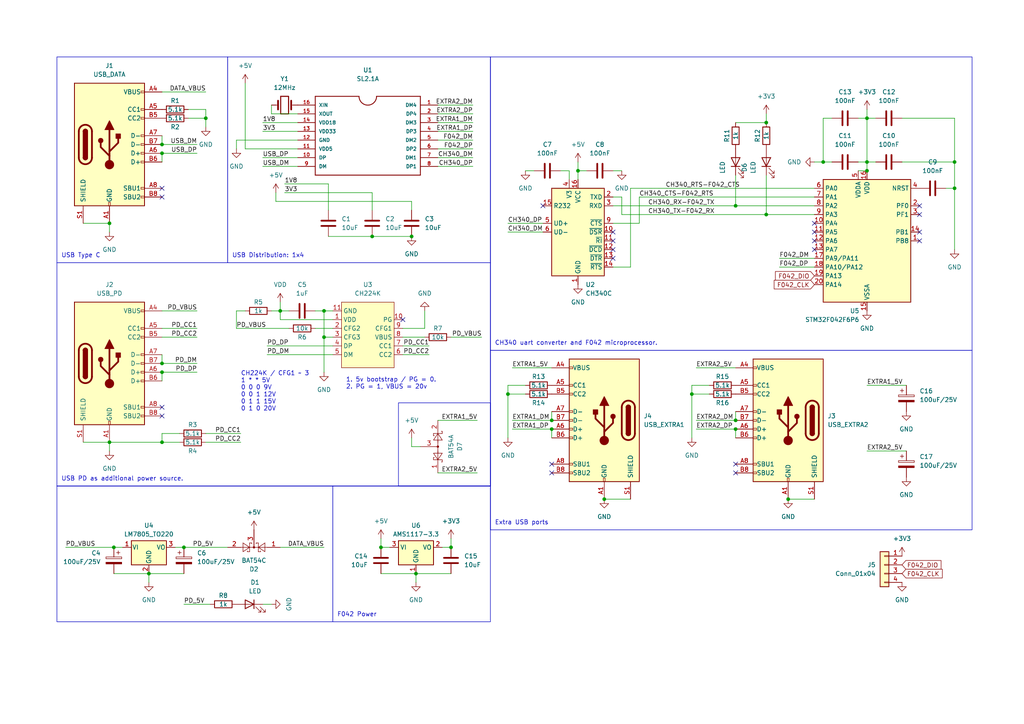
<source format=kicad_sch>
(kicad_sch (version 20230121) (generator eeschema)
  (paper "A4")
  (lib_symbols
    (symbol "Connector:USB_C_Receptacle_USB2.0" (pin_names (offset 1.016))
      (property "Reference" "J" (at -10.16 19.05 0))
      (property "Value" "USB_C_Receptacle_USB2.0" (at 19.05 19.05 0))
      (symbol "USB_C_Receptacle_USB2.0_0_0"
        (rectangle (start -0.254 -17.78) (end 0.254 -16.764))
        (rectangle (start 10.16 -14.986) (end 9.144 -15.494))
        (rectangle (start 10.16 -12.446) (end 9.144 -12.954))
        (rectangle (start 10.16 -4.826) (end 9.144 -5.334))
        (rectangle (start 10.16 -2.286) (end 9.144 -2.794))
        (rectangle (start 10.16 0.254) (end 9.144 -0.254))
        (rectangle (start 10.16 2.794) (end 9.144 2.286))
        (rectangle (start 10.16 7.874) (end 9.144 7.366))
        (rectangle (start 10.16 10.414) (end 9.144 9.906))
        (rectangle (start 10.16 15.494) (end 9.144 14.986))
      )
      (symbol "USB_C_Receptacle_USB2.0_0_1"
        (rectangle (start -10.16 17.78) (end 10.16 -17.78) (stroke (width 0.254)) (fill (type background)))
        (arc (start -8.89 -3.81) (mid -6.985 -5.7067) (end -5.08 -3.81) (stroke (width 0.508)))
        (arc (start -7.62 -3.81) (mid -6.985 -4.4423) (end -6.35 -3.81) (stroke (width 0.254)))
        (arc (start -7.62 -3.81) (mid -6.985 -4.4423) (end -6.35 -3.81) (stroke (width 0.254)) (fill (type outline)))
        (rectangle (start -7.62 -3.81) (end -6.35 3.81) (stroke (width 0.254)) (fill (type outline)))
        (arc (start -6.35 3.81) (mid -6.985 4.4423) (end -7.62 3.81) (stroke (width 0.254)))
        (arc (start -6.35 3.81) (mid -6.985 4.4423) (end -7.62 3.81) (stroke (width 0.254)) (fill (type outline)))
        (arc (start -5.08 3.81) (mid -6.985 5.7067) (end -8.89 3.81) (stroke (width 0.508)))
        (circle (center -2.54 1.143) (radius 0.635) (stroke (width 0.254)) (fill (type outline)))
        (circle (center 0 -5.842) (radius 1.27) (fill (type outline)))
        (polyline (pts (xy -8.89 -3.81) (xy -8.89 3.81)) (stroke (width 0.508)))
        (polyline (pts (xy -5.08 3.81) (xy -5.08 -3.81)) (stroke (width 0.508)))
        (polyline (pts (xy 0 -5.842) (xy 0 4.318)) (stroke (width 0.508)))
        (polyline (pts (xy 0 -3.302) (xy -2.54 -0.762) (xy -2.54 0.508)) (stroke (width 0.508)))
        (polyline (pts (xy 0 -2.032) (xy 2.54 0.508) (xy 2.54 1.778)) (stroke (width 0.508)))
        (polyline (pts (xy -1.27 4.318) (xy 0 6.858) (xy 1.27 4.318) (xy -1.27 4.318)) (stroke (width 0.254)) (fill (type outline)))
        (rectangle (start 1.905 1.778) (end 3.175 3.048) (stroke (width 0.254)) (fill (type outline)))
      )
      (symbol "USB_C_Receptacle_USB2.0_1_1"
        (pin passive line (at 0 -22.86 90) (length 5.08) (name "GND") (number "A1"))
        (pin passive line (at 0 -22.86 90) (length 5.08) hide (name "GND") (number "A12"))
        (pin passive line (at 15.24 15.24 180) (length 5.08) (name "VBUS") (number "A4"))
        (pin bidirectional line (at 15.24 10.16 180) (length 5.08) (name "CC1") (number "A5"))
        (pin bidirectional line (at 15.24 -2.54 180) (length 5.08) (name "D+") (number "A6"))
        (pin bidirectional line (at 15.24 2.54 180) (length 5.08) (name "D-") (number "A7"))
        (pin bidirectional line (at 15.24 -12.7 180) (length 5.08) (name "SBU1") (number "A8"))
        (pin passive line (at 15.24 15.24 180) (length 5.08) hide (name "VBUS") (number "A9"))
        (pin passive line (at 0 -22.86 90) (length 5.08) hide (name "GND") (number "B1"))
        (pin passive line (at 0 -22.86 90) (length 5.08) hide (name "GND") (number "B12"))
        (pin passive line (at 15.24 15.24 180) (length 5.08) hide (name "VBUS") (number "B4"))
        (pin bidirectional line (at 15.24 7.62 180) (length 5.08) (name "CC2") (number "B5"))
        (pin bidirectional line (at 15.24 -5.08 180) (length 5.08) (name "D+") (number "B6"))
        (pin bidirectional line (at 15.24 0 180) (length 5.08) (name "D-") (number "B7"))
        (pin bidirectional line (at 15.24 -15.24 180) (length 5.08) (name "SBU2") (number "B8"))
        (pin passive line (at 15.24 15.24 180) (length 5.08) hide (name "VBUS") (number "B9"))
        (pin passive line (at -7.62 -22.86 90) (length 5.08) (name "SHIELD") (number "S1"))
      )
    )
    (symbol "Connector_Generic:Conn_01x04" (pin_names (offset 1.016) hide)
      (property "Reference" "J" (at 0 5.08 0))
      (property "Value" "Conn_01x04" (at 0 -7.62 0))
      (symbol "Conn_01x04_1_1"
        (rectangle (start -1.27 -4.953) (end 0 -5.207) (stroke (width 0.1524)))
        (rectangle (start -1.27 -2.413) (end 0 -2.667) (stroke (width 0.1524)))
        (rectangle (start -1.27 0.127) (end 0 -0.127) (stroke (width 0.1524)))
        (rectangle (start -1.27 2.667) (end 0 2.413) (stroke (width 0.1524)))
        (rectangle (start -1.27 3.81) (end 1.27 -6.35) (stroke (width 0.254)) (fill (type background)))
        (pin passive line (at -5.08 2.54 0) (length 3.81) (name "Pin_1") (number "1"))
        (pin passive line (at -5.08 0 0) (length 3.81) (name "Pin_2") (number "2"))
        (pin passive line (at -5.08 -2.54 0) (length 3.81) (name "Pin_3") (number "3"))
        (pin passive line (at -5.08 -5.08 0) (length 3.81) (name "Pin_4") (number "4"))
      )
    )
    (symbol "CoreChips:SL2.1A" (pin_names (offset 1.016))
      (property "Reference" "U" (at 0 20.32 0))
      (property "Value" "SL2.1A" (at 0 -7.62 0))
      (symbol "SL2.1A_0_0"
        (arc (start -2.54 17.769) (mid 0 15.24) (end 2.54 17.769) (stroke (width 0.254)))
        (polyline (pts (xy -15.24 -5.08) (xy 15.24 -5.08)) (stroke (width 0.254)))
        (polyline (pts (xy -15.24 17.78) (xy -15.24 -5.08)) (stroke (width 0.254)))
        (polyline (pts (xy -2.54 17.78) (xy -15.24 17.78)) (stroke (width 0.254)))
        (polyline (pts (xy 15.24 -5.08) (xy 15.24 17.78)) (stroke (width 0.254)))
        (polyline (pts (xy 15.24 17.78) (xy 2.54 17.78)) (stroke (width 0.254)))
        (pin bidirectional line (at -20.32 15.24 0) (length 5.08) (name "DM4") (number "1"))
        (pin bidirectional line (at 20.32 0 180) (length 5.08) (name "DP") (number "10"))
        (pin bidirectional line (at 20.32 2.54 180) (length 5.08) (name "VDD5") (number "11"))
        (pin bidirectional line (at 20.32 5.08 180) (length 5.08) (name "GND") (number "12"))
        (pin bidirectional line (at 20.32 7.62 180) (length 5.08) (name "VDD33") (number "13"))
        (pin bidirectional line (at 20.32 10.16 180) (length 5.08) (name "VDD18") (number "14"))
        (pin bidirectional line (at 20.32 12.7 180) (length 5.08) (name "XOUT") (number "15"))
        (pin bidirectional line (at 20.32 15.24 180) (length 5.08) (name "XIN") (number "16"))
        (pin bidirectional line (at -20.32 12.7 0) (length 5.08) (name "DP4") (number "2"))
        (pin bidirectional line (at -20.32 10.16 0) (length 5.08) (name "DM3") (number "3"))
        (pin bidirectional line (at -20.32 7.62 0) (length 5.08) (name "DP3") (number "4"))
        (pin bidirectional line (at -20.32 5.08 0) (length 5.08) (name "DM2") (number "5"))
        (pin bidirectional line (at -20.32 2.54 0) (length 5.08) (name "DP2") (number "6"))
        (pin bidirectional line (at -20.32 0 0) (length 5.08) (name "DM1") (number "7"))
        (pin bidirectional line (at -20.32 -2.54 0) (length 5.08) (name "DP1") (number "8"))
        (pin bidirectional line (at 20.32 -2.54 180) (length 5.08) (name "DM") (number "9"))
      )
    )
    (symbol "Device:C" (pin_numbers hide) (pin_names (offset 0.254))
      (property "Reference" "C" (at 0.635 2.54 0))
      (property "Value" "C" (at 0.635 -2.54 0))
      (symbol "C_0_1"
        (polyline (pts (xy -2.032 -0.762) (xy 2.032 -0.762)) (stroke (width 0.508)))
        (polyline (pts (xy -2.032 0.762) (xy 2.032 0.762)) (stroke (width 0.508)))
      )
      (symbol "C_1_1"
        (pin passive line (at 0 3.81 270) (length 2.794) (name "~") (number "1"))
        (pin passive line (at 0 -3.81 90) (length 2.794) (name "~") (number "2"))
      )
    )
    (symbol "Device:C_Polarized" (pin_numbers hide) (pin_names (offset 0.254))
      (property "Reference" "C" (at 0.635 2.54 0))
      (property "Value" "C_Polarized" (at 0.635 -2.54 0))
      (symbol "C_Polarized_0_1"
        (rectangle (start -2.286 0.508) (end 2.286 1.016))
        (polyline (pts (xy -1.778 2.286) (xy -0.762 2.286)))
        (polyline (pts (xy -1.27 2.794) (xy -1.27 1.778)))
        (rectangle (start 2.286 -0.508) (end -2.286 -1.016) (fill (type outline)))
      )
      (symbol "C_Polarized_1_1"
        (pin passive line (at 0 3.81 270) (length 2.794) (name "~") (number "1"))
        (pin passive line (at 0 -3.81 90) (length 2.794) (name "~") (number "2"))
      )
    )
    (symbol "Device:Crystal" (pin_numbers hide) (pin_names (offset 1.016) hide)
      (property "Reference" "Y" (at 0 3.81 0))
      (property "Value" "Crystal" (at 0 -3.81 0))
      (symbol "Crystal_0_1"
        (rectangle (start -1.143 2.54) (end 1.143 -2.54) (stroke (width 0.3048)))
        (polyline (pts (xy -2.54 0) (xy -1.905 0)))
        (polyline (pts (xy -1.905 -1.27) (xy -1.905 1.27)) (stroke (width 0.508)))
        (polyline (pts (xy 1.905 -1.27) (xy 1.905 1.27)) (stroke (width 0.508)))
        (polyline (pts (xy 2.54 0) (xy 1.905 0)))
      )
      (symbol "Crystal_1_1"
        (pin passive line (at -3.81 0 0) (length 1.27) (name "1") (number "1"))
        (pin passive line (at 3.81 0 180) (length 1.27) (name "2") (number "2"))
      )
    )
    (symbol "Device:LED" (pin_numbers hide) (pin_names (offset 1.016) hide)
      (property "Reference" "D" (at 0 2.54 0))
      (property "Value" "LED" (at 0 -2.54 0))
      (symbol "LED_0_1"
        (polyline (pts (xy -1.27 -1.27) (xy -1.27 1.27)) (stroke (width 0.254)))
        (polyline (pts (xy -1.27 0) (xy 1.27 0)))
        (polyline (pts (xy 1.27 -1.27) (xy 1.27 1.27) (xy -1.27 0) (xy 1.27 -1.27)) (stroke (width 0.254)))
        (polyline (pts (xy -3.048 -0.762) (xy -4.572 -2.286) (xy -3.81 -2.286) (xy -4.572 -2.286) (xy -4.572 -1.524)))
        (polyline (pts (xy -1.778 -0.762) (xy -3.302 -2.286) (xy -2.54 -2.286) (xy -3.302 -2.286) (xy -3.302 -1.524)))
      )
      (symbol "LED_1_1"
        (pin passive line (at -3.81 0 0) (length 2.54) (name "K") (number "1"))
        (pin passive line (at 3.81 0 180) (length 2.54) (name "A") (number "2"))
      )
    )
    (symbol "Device:R" (pin_numbers hide) (pin_names (offset 0))
      (property "Reference" "R" (at 2.032 0 90))
      (property "Value" "R" (at 0 0 90))
      (symbol "R_0_1"
        (rectangle (start -1.016 -2.54) (end 1.016 2.54) (stroke (width 0.254)))
      )
      (symbol "R_1_1"
        (pin passive line (at 0 3.81 270) (length 1.27) (name "~") (number "1"))
        (pin passive line (at 0 -3.81 90) (length 1.27) (name "~") (number "2"))
      )
    )
    (symbol "Diode:BAT54A" (pin_names (offset 1.016))
      (property "Reference" "D" (at 0.635 -3.81 0))
      (property "Value" "BAT54A" (at -6.35 3.175 0))
      (symbol "BAT54A_0_1"
        (polyline (pts (xy -4.445 1.27) (xy -4.445 1.016)))
        (polyline (pts (xy -3.81 -1.27) (xy -3.81 1.27)))
        (polyline (pts (xy -3.81 -1.27) (xy -3.175 -1.27)))
        (polyline (pts (xy -3.81 0) (xy -1.27 0)))
        (polyline (pts (xy -3.81 1.27) (xy -4.445 1.27)))
        (polyline (pts (xy -3.175 -1.27) (xy -3.175 -1.016)))
        (polyline (pts (xy -1.905 0) (xy 1.905 0)))
        (polyline (pts (xy 1.27 0) (xy 3.81 0)))
        (polyline (pts (xy 3.175 -1.27) (xy 3.175 -1.016)))
        (polyline (pts (xy 3.81 -1.27) (xy 3.175 -1.27)))
        (polyline (pts (xy 3.81 -1.27) (xy 3.81 1.27)))
        (polyline (pts (xy 3.81 1.27) (xy 4.445 1.27)))
        (polyline (pts (xy 4.445 1.27) (xy 4.445 1.016)))
        (polyline (pts (xy -1.905 1.27) (xy -1.905 -1.27) (xy -3.81 0) (xy -1.905 1.27)))
        (polyline (pts (xy 1.905 1.27) (xy 1.905 -1.27) (xy 3.81 0) (xy 1.905 1.27)))
        (circle (center 0 0) (radius 0.254) (fill (type outline)))
      )
      (symbol "BAT54A_1_1"
        (pin passive line (at -7.62 0 0) (length 3.81) (name "~") (number "1"))
        (pin passive line (at 7.62 0 180) (length 3.81) (name "~") (number "2"))
        (pin passive line (at 0 -5.08 90) (length 5.08) (name "~") (number "3"))
      )
    )
    (symbol "Diode:BAT54C" (pin_names (offset 1.016))
      (property "Reference" "D" (at 0.635 -3.81 0))
      (property "Value" "BAT54C" (at -6.35 3.175 0))
      (symbol "BAT54C_0_1"
        (polyline (pts (xy -1.905 0) (xy 1.905 0)))
        (polyline (pts (xy -1.905 1.27) (xy -1.905 1.016)))
        (polyline (pts (xy -1.27 -1.27) (xy -0.635 -1.27)))
        (polyline (pts (xy -1.27 0) (xy -3.81 0)))
        (polyline (pts (xy -1.27 1.27) (xy -1.905 1.27)))
        (polyline (pts (xy -1.27 1.27) (xy -1.27 -1.27)))
        (polyline (pts (xy -0.635 -1.27) (xy -0.635 -1.016)))
        (polyline (pts (xy 0.635 -1.27) (xy 0.635 -1.016)))
        (polyline (pts (xy 1.27 -1.27) (xy 0.635 -1.27)))
        (polyline (pts (xy 1.27 1.27) (xy 1.27 -1.27)))
        (polyline (pts (xy 1.27 1.27) (xy 1.905 1.27)))
        (polyline (pts (xy 1.905 1.27) (xy 1.905 1.016)))
        (polyline (pts (xy 3.81 0) (xy 1.27 0)))
        (polyline (pts (xy -3.175 -1.27) (xy -3.175 1.27) (xy -1.27 0) (xy -3.175 -1.27)))
        (polyline (pts (xy 3.175 -1.27) (xy 3.175 1.27) (xy 1.27 0) (xy 3.175 -1.27)))
        (circle (center 0 0) (radius 0.254) (fill (type outline)))
      )
      (symbol "BAT54C_1_1"
        (pin passive line (at -7.62 0 0) (length 3.81) (name "~") (number "1"))
        (pin passive line (at 7.62 0 180) (length 3.81) (name "~") (number "2"))
        (pin passive line (at 0 -5.08 90) (length 5.08) (name "~") (number "3"))
      )
    )
    (symbol "Interface_USB:CH340C"
      (property "Reference" "U" (at -5.08 13.97 0))
      (property "Value" "CH340C" (at 1.27 13.97 0))
      (symbol "CH340C_0_1"
        (rectangle (start -7.62 12.7) (end 7.62 -12.7) (stroke (width 0.254)) (fill (type background)))
      )
      (symbol "CH340C_1_1"
        (pin power_in line (at 0 -15.24 90) (length 2.54) (name "GND") (number "1"))
        (pin input line (at 10.16 0 180) (length 2.54) (name "~{DSR}") (number "10"))
        (pin input line (at 10.16 -2.54 180) (length 2.54) (name "~{RI}") (number "11"))
        (pin input line (at 10.16 -5.08 180) (length 2.54) (name "~{DCD}") (number "12"))
        (pin output line (at 10.16 -7.62 180) (length 2.54) (name "~{DTR}") (number "13"))
        (pin output line (at 10.16 -10.16 180) (length 2.54) (name "~{RTS}") (number "14"))
        (pin input line (at -10.16 7.62 0) (length 2.54) (name "R232") (number "15"))
        (pin power_in line (at 0 15.24 270) (length 2.54) (name "VCC") (number "16"))
        (pin output line (at 10.16 10.16 180) (length 2.54) (name "TXD") (number "2"))
        (pin input line (at 10.16 7.62 180) (length 2.54) (name "RXD") (number "3"))
        (pin passive line (at -2.54 15.24 270) (length 2.54) (name "V3") (number "4"))
        (pin bidirectional line (at -10.16 2.54 0) (length 2.54) (name "UD+") (number "5"))
        (pin bidirectional line (at -10.16 0 0) (length 2.54) (name "UD-") (number "6"))
        (pin no_connect line (at -7.62 -7.62 0) (length 2.54) hide (name "NC") (number "7"))
        (pin no_connect line (at -7.62 -10.16 0) (length 2.54) hide (name "NC") (number "8"))
        (pin input line (at 10.16 2.54 180) (length 2.54) (name "~{CTS}") (number "9"))
      )
    )
    (symbol "MCU_ST_STM32F0:STM32F042F6Px"
      (property "Reference" "U" (at -12.7 19.05 0))
      (property "Value" "STM32F042F6Px" (at 5.08 19.05 0))
      (symbol "STM32F042F6Px_0_1"
        (rectangle (start -12.7 -17.78) (end 12.7 17.78) (stroke (width 0.254)) (fill (type background)))
      )
      (symbol "STM32F042F6Px_1_1"
        (pin bidirectional line (at -15.24 0 0) (length 2.54) (name "PB8") (number "1"))
        (pin bidirectional line (at 15.24 5.08 180) (length 2.54) (name "PA4") (number "10"))
        (pin bidirectional line (at 15.24 2.54 180) (length 2.54) (name "PA5") (number "11"))
        (pin bidirectional line (at 15.24 0 180) (length 2.54) (name "PA6") (number "12"))
        (pin bidirectional line (at 15.24 -2.54 180) (length 2.54) (name "PA7") (number "13"))
        (pin bidirectional line (at -15.24 2.54 0) (length 2.54) (name "PB1") (number "14"))
        (pin power_in line (at 0 -20.32 90) (length 2.54) (name "VSSA") (number "15"))
        (pin power_in line (at 0 20.32 270) (length 2.54) (name "VDD") (number "16"))
        (pin bidirectional line (at 15.24 -5.08 180) (length 2.54) (name "PA9/PA11") (number "17"))
        (pin bidirectional line (at 15.24 -7.62 180) (length 2.54) (name "PA10/PA12") (number "18"))
        (pin bidirectional line (at 15.24 -10.16 180) (length 2.54) (name "PA13") (number "19"))
        (pin bidirectional line (at -15.24 10.16 0) (length 2.54) (name "PF0") (number "2"))
        (pin bidirectional line (at 15.24 -12.7 180) (length 2.54) (name "PA14") (number "20"))
        (pin bidirectional line (at -15.24 7.62 0) (length 2.54) (name "PF1") (number "3"))
        (pin input line (at -15.24 15.24 0) (length 2.54) (name "NRST") (number "4"))
        (pin power_in line (at 2.54 20.32 270) (length 2.54) (name "VDDA") (number "5"))
        (pin bidirectional line (at 15.24 15.24 180) (length 2.54) (name "PA0") (number "6"))
        (pin bidirectional line (at 15.24 12.7 180) (length 2.54) (name "PA1") (number "7"))
        (pin bidirectional line (at 15.24 10.16 180) (length 2.54) (name "PA2") (number "8"))
        (pin bidirectional line (at 15.24 7.62 180) (length 2.54) (name "PA3") (number "9"))
      )
    )
    (symbol "Regulator_Linear:AMS1117-3.3"
      (property "Reference" "U" (at -3.81 3.175 0))
      (property "Value" "AMS1117-3.3" (at 0 3.175 0))
      (symbol "AMS1117-3.3_0_1"
        (rectangle (start -5.08 -5.08) (end 5.08 1.905) (stroke (width 0.254)) (fill (type background)))
      )
      (symbol "AMS1117-3.3_1_1"
        (pin power_in line (at 0 -7.62 90) (length 2.54) (name "GND") (number "1"))
        (pin power_out line (at 7.62 0 180) (length 2.54) (name "VO") (number "2"))
        (pin power_in line (at -7.62 0 0) (length 2.54) (name "VI") (number "3"))
      )
    )
    (symbol "Regulator_Linear:LM7805_TO220" (pin_names (offset 0.254))
      (property "Reference" "U" (at -3.81 3.175 0))
      (property "Value" "LM7805_TO220" (at 0 3.175 0))
      (symbol "LM7805_TO220_0_1"
        (rectangle (start -5.08 1.905) (end 5.08 -5.08) (stroke (width 0.254)) (fill (type background)))
      )
      (symbol "LM7805_TO220_1_1"
        (pin power_in line (at -7.62 0 0) (length 2.54) (name "VI") (number "1"))
        (pin power_in line (at 0 -7.62 90) (length 2.54) (name "GND") (number "2"))
        (pin power_out line (at 7.62 0 180) (length 2.54) (name "VO") (number "3"))
      )
    )
    (symbol "WCH:CH224K"
      (property "Reference" "U" (at 0 -10.16 0))
      (property "Value" "CH224K" (at 5.08 -11.43 0))
      (symbol "CH224K_0_1"
        (rectangle (start -7.62 10.16) (end 7.62 -8.89) (fill (type background)))
      )
      (symbol "CH224K_1_1"
        (pin power_in line (at -10.16 5.08 0) (length 2.54) (name "VDD") (number "1"))
        (pin output line (at 10.16 5.08 180) (length 2.54) (name "PG") (number "10"))
        (pin power_in line (at -10.16 7.62 0) (length 2.54) (name "GND") (number "11"))
        (pin input line (at -10.16 2.54 0) (length 2.54) (name "CFG2") (number "2"))
        (pin input line (at -10.16 0 0) (length 2.54) (name "CFG3") (number "3"))
        (pin bidirectional line (at -10.16 -2.54 0) (length 2.54) (name "DP") (number "4"))
        (pin bidirectional line (at -10.16 -5.08 0) (length 2.54) (name "DM") (number "5"))
        (pin bidirectional line (at 10.16 -5.08 180) (length 2.54) (name "CC2") (number "6"))
        (pin bidirectional line (at 10.16 -2.54 180) (length 2.54) (name "CC1") (number "7"))
        (pin input line (at 10.16 0 180) (length 2.54) (name "VBUS") (number "8"))
        (pin input line (at 10.16 2.54 180) (length 2.54) (name "CFG1") (number "9"))
      )
    )
    (symbol "power:+3V3" (power) (pin_names (offset 0))
      (property "Value" "+3V3" (at 0 3.556 0))
      (symbol "+3V3_0_1"
        (polyline (pts (xy -0.762 1.27) (xy 0 2.54)))
        (polyline (pts (xy 0 0) (xy 0 2.54)))
        (polyline (pts (xy 0 2.54) (xy 0.762 1.27)))
      )
      (symbol "+3V3_1_1"
        (pin power_in line (at 0 0 90) (length 0) hide (name "+3V3") (number "1"))
      )
    )
    (symbol "power:+5V" (power) (pin_names (offset 0))
      (property "Value" "+5V" (at 0 3.556 0))
      (symbol "+5V_0_1"
        (polyline (pts (xy -0.762 1.27) (xy 0 2.54)))
        (polyline (pts (xy 0 0) (xy 0 2.54)))
        (polyline (pts (xy 0 2.54) (xy 0.762 1.27)))
      )
      (symbol "+5V_1_1"
        (pin power_in line (at 0 0 90) (length 0) hide (name "+5V") (number "1"))
      )
    )
    (symbol "power:GND" (power) (pin_names (offset 0))
      (property "Value" "GND" (at 0 -3.81 0))
      (symbol "GND_0_1"
        (polyline (pts (xy 0 0) (xy 0 -1.27) (xy 1.27 -1.27) (xy 0 -2.54) (xy -1.27 -1.27) (xy 0 -1.27)))
      )
      (symbol "GND_1_1"
        (pin power_in line (at 0 0 270) (length 0) hide (name "GND") (number "1"))
      )
    )
    (symbol "power:VDD" (power) (pin_names (offset 0))
      (property "Value" "VDD" (at 0 3.81 0))
      (symbol "VDD_0_1"
        (polyline (pts (xy -0.762 1.27) (xy 0 2.54)))
        (polyline (pts (xy 0 0) (xy 0 2.54)))
        (polyline (pts (xy 0 2.54) (xy 0.762 1.27)))
      )
      (symbol "VDD_1_1"
        (pin power_in line (at 0 0 90) (length 0) hide (name "VDD") (number "1"))
      )
    )
  )
  (junction (at 213.36 59.69))
  (junction (at 228.6 144.78))
  (junction (at 160.02 121.92))
  (junction (at 222.25 35.56))
  (junction (at 147.32 114.3))
  (junction (at 107.95 68.58))
  (junction (at 31.75 128.27))
  (junction (at 110.49 158.75))
  (junction (at 119.38 68.58))
  (junction (at 93.98 90.17))
  (junction (at 53.34 158.75))
  (junction (at 175.26 144.78))
  (junction (at 46.99 107.95))
  (junction (at 46.99 44.45))
  (junction (at 251.46 46.99))
  (junction (at 251.46 34.29))
  (junction (at 81.28 90.17))
  (junction (at 160.02 124.46))
  (junction (at 251.46 49.53))
  (junction (at 46.99 105.41))
  (junction (at 43.18 166.37))
  (junction (at 238.76 46.99))
  (junction (at 93.98 97.79))
  (junction (at 213.36 124.46))
  (junction (at 31.75 64.77))
  (junction (at 120.65 166.37))
  (junction (at 46.99 41.91))
  (junction (at 222.25 62.23))
  (junction (at 167.64 49.53))
  (junction (at 59.69 34.29))
  (junction (at 33.02 158.75))
  (junction (at 130.81 158.75))
  (junction (at 276.86 46.99))
  (junction (at 46.99 128.27))
  (junction (at 276.86 54.61))
  (junction (at 213.36 121.92))
  (junction (at 200.66 114.3))
  (no_connect (at 213.36 134.62))
  (no_connect (at 236.22 72.39))
  (no_connect (at 236.22 64.77))
  (no_connect (at 116.84 92.71))
  (no_connect (at 160.02 137.16))
  (no_connect (at 236.22 69.85))
  (no_connect (at 46.99 57.15))
  (no_connect (at 177.8 67.31))
  (no_connect (at 46.99 118.11))
  (no_connect (at 213.36 137.16))
  (no_connect (at 266.7 59.69))
  (no_connect (at 177.8 74.93))
  (no_connect (at 266.7 67.31))
  (no_connect (at 160.02 134.62))
  (no_connect (at 177.8 69.85))
  (no_connect (at 266.7 69.85))
  (no_connect (at 236.22 67.31))
  (no_connect (at 157.48 59.69))
  (no_connect (at 266.7 62.23))
  (no_connect (at 46.99 120.65))
  (no_connect (at 177.8 72.39))
  (no_connect (at 46.99 54.61))
  (wire (pts (xy 69.85 125.73) (xy 59.69 125.73)))
  (wire (pts (xy 53.34 158.75) (xy 66.04 158.75)))
  (wire (pts (xy 177.8 59.69) (xy 213.36 59.69)))
  (wire (pts (xy 59.69 34.29) (xy 59.69 36.83)))
  (wire (pts (xy 201.93 124.46) (xy 213.36 124.46)))
  (wire (pts (xy 76.2 38.1) (xy 86.36 38.1)))
  (wire (pts (xy 254 46.99) (xy 251.46 46.99)))
  (wire (pts (xy 59.69 34.29) (xy 54.61 34.29)))
  (wire (pts (xy 43.18 166.37) (xy 53.34 166.37)))
  (wire (pts (xy 46.99 125.73) (xy 46.99 128.27)))
  (wire (pts (xy 127 121.92) (xy 138.43 121.92)))
  (wire (pts (xy 276.86 46.99) (xy 276.86 54.61)))
  (wire (pts (xy 46.99 128.27) (xy 31.75 128.27)))
  (wire (pts (xy 128.27 158.75) (xy 130.81 158.75)))
  (wire (pts (xy 110.49 156.21) (xy 110.49 158.75)))
  (wire (pts (xy 57.15 44.45) (xy 46.99 44.45)))
  (wire (pts (xy 52.07 125.73) (xy 46.99 125.73)))
  (wire (pts (xy 93.98 90.17) (xy 91.44 90.17)))
  (wire (pts (xy 147.32 64.77) (xy 157.48 64.77)))
  (wire (pts (xy 165.1 49.53) (xy 165.1 52.07)))
  (wire (pts (xy 57.15 41.91) (xy 46.99 41.91)))
  (wire (pts (xy 226.06 77.47) (xy 236.22 77.47)))
  (wire (pts (xy 123.19 90.17) (xy 123.19 95.25)))
  (wire (pts (xy 137.16 30.48) (xy 127 30.48)))
  (wire (pts (xy 33.02 166.37) (xy 43.18 166.37)))
  (wire (pts (xy 137.16 40.64) (xy 127 40.64)))
  (wire (pts (xy 93.98 97.79) (xy 96.52 97.79)))
  (wire (pts (xy 57.15 107.95) (xy 46.99 107.95)))
  (wire (pts (xy 137.16 45.72) (xy 127 45.72)))
  (wire (pts (xy 81.28 90.17) (xy 78.74 90.17)))
  (wire (pts (xy 123.19 95.25) (xy 116.84 95.25)))
  (wire (pts (xy 33.02 158.75) (xy 35.56 158.75)))
  (wire (pts (xy 262.89 130.81) (xy 251.46 130.81)))
  (wire (pts (xy 276.86 34.29) (xy 276.86 46.99)))
  (wire (pts (xy 276.86 72.39) (xy 276.86 54.61)))
  (wire (pts (xy 130.81 156.21) (xy 130.81 158.75)))
  (wire (pts (xy 77.47 102.87) (xy 96.52 102.87)))
  (wire (pts (xy 119.38 127) (xy 119.38 129.54)))
  (wire (pts (xy 276.86 54.61) (xy 274.32 54.61)))
  (wire (pts (xy 68.58 40.64) (xy 86.36 40.64)))
  (wire (pts (xy 160.02 119.38) (xy 160.02 121.92)))
  (wire (pts (xy 182.88 77.47) (xy 182.88 54.61)))
  (wire (pts (xy 93.98 97.79) (xy 93.98 107.95)))
  (wire (pts (xy 137.16 48.26) (xy 127 48.26)))
  (wire (pts (xy 213.36 106.68) (xy 201.93 106.68)))
  (wire (pts (xy 81.28 158.75) (xy 93.98 158.75)))
  (wire (pts (xy 116.84 100.33) (xy 124.46 100.33)))
  (wire (pts (xy 46.99 26.67) (xy 59.69 26.67)))
  (wire (pts (xy 222.25 35.56) (xy 213.36 35.56)))
  (wire (pts (xy 71.12 24.13) (xy 71.12 43.18)))
  (wire (pts (xy 148.59 121.92) (xy 160.02 121.92)))
  (wire (pts (xy 119.38 68.58) (xy 107.95 68.58)))
  (wire (pts (xy 152.4 111.76) (xy 147.32 111.76)))
  (wire (pts (xy 200.66 114.3) (xy 205.74 114.3)))
  (wire (pts (xy 46.99 102.87) (xy 46.99 105.41)))
  (wire (pts (xy 83.82 95.25) (xy 68.58 95.25)))
  (wire (pts (xy 248.92 34.29) (xy 251.46 34.29)))
  (wire (pts (xy 254 34.29) (xy 251.46 34.29)))
  (wire (pts (xy 213.36 59.69) (xy 236.22 59.69)))
  (wire (pts (xy 251.46 49.53) (xy 248.92 49.53)))
  (wire (pts (xy 213.36 50.8) (xy 213.36 59.69)))
  (wire (pts (xy 31.75 67.31) (xy 31.75 64.77)))
  (wire (pts (xy 43.18 168.91) (xy 43.18 166.37)))
  (wire (pts (xy 236.22 46.99) (xy 238.76 46.99)))
  (wire (pts (xy 119.38 58.42) (xy 119.38 60.96)))
  (wire (pts (xy 46.99 97.79) (xy 57.15 97.79)))
  (wire (pts (xy 185.42 57.15) (xy 236.22 57.15)))
  (wire (pts (xy 69.85 128.27) (xy 59.69 128.27)))
  (wire (pts (xy 76.2 35.56) (xy 86.36 35.56)))
  (wire (pts (xy 148.59 124.46) (xy 160.02 124.46)))
  (wire (pts (xy 213.36 119.38) (xy 213.36 121.92)))
  (wire (pts (xy 238.76 34.29) (xy 241.3 34.29)))
  (wire (pts (xy 54.61 31.75) (xy 59.69 31.75)))
  (wire (pts (xy 241.3 46.99) (xy 238.76 46.99)))
  (wire (pts (xy 57.15 105.41) (xy 46.99 105.41)))
  (wire (pts (xy 82.55 53.34) (xy 95.25 53.34)))
  (wire (pts (xy 71.12 43.18) (xy 86.36 43.18)))
  (wire (pts (xy 110.49 166.37) (xy 120.65 166.37)))
  (wire (pts (xy 46.99 39.37) (xy 46.99 41.91)))
  (wire (pts (xy 213.36 124.46) (xy 213.36 127)))
  (wire (pts (xy 238.76 46.99) (xy 238.76 34.29)))
  (wire (pts (xy 120.65 166.37) (xy 130.81 166.37)))
  (wire (pts (xy 123.19 97.79) (xy 116.84 97.79)))
  (wire (pts (xy 182.88 54.61) (xy 236.22 54.61)))
  (wire (pts (xy 185.42 64.77) (xy 185.42 57.15)))
  (wire (pts (xy 31.75 130.81) (xy 31.75 128.27)))
  (wire (pts (xy 251.46 34.29) (xy 251.46 46.99)))
  (wire (pts (xy 77.47 100.33) (xy 96.52 100.33)))
  (wire (pts (xy 95.25 60.96) (xy 95.25 53.34)))
  (wire (pts (xy 80.01 55.88) (xy 80.01 58.42)))
  (wire (pts (xy 91.44 95.25) (xy 96.52 95.25)))
  (wire (pts (xy 46.99 128.27) (xy 52.07 128.27)))
  (wire (pts (xy 93.98 90.17) (xy 93.98 97.79)))
  (wire (pts (xy 81.28 90.17) (xy 83.82 90.17)))
  (wire (pts (xy 130.81 97.79) (xy 139.7 97.79)))
  (wire (pts (xy 80.01 58.42) (xy 119.38 58.42)))
  (wire (pts (xy 251.46 46.99) (xy 251.46 49.53)))
  (wire (pts (xy 107.95 68.58) (xy 95.25 68.58)))
  (wire (pts (xy 59.69 31.75) (xy 59.69 34.29)))
  (wire (pts (xy 167.64 52.07) (xy 167.64 49.53)))
  (wire (pts (xy 78.74 175.26) (xy 76.2 175.26)))
  (wire (pts (xy 110.49 158.75) (xy 113.03 158.75)))
  (wire (pts (xy 147.32 114.3) (xy 152.4 114.3)))
  (wire (pts (xy 160.02 106.68) (xy 148.59 106.68)))
  (wire (pts (xy 147.32 111.76) (xy 147.32 114.3)))
  (wire (pts (xy 137.16 38.1) (xy 127 38.1)))
  (wire (pts (xy 81.28 87.63) (xy 81.28 90.17)))
  (wire (pts (xy 50.8 158.75) (xy 53.34 158.75)))
  (wire (pts (xy 93.98 90.17) (xy 96.52 90.17)))
  (wire (pts (xy 78.74 33.02) (xy 78.74 30.48)))
  (wire (pts (xy 120.65 168.91) (xy 120.65 166.37)))
  (wire (pts (xy 222.25 33.02) (xy 222.25 35.56)))
  (wire (pts (xy 137.16 35.56) (xy 127 35.56)))
  (wire (pts (xy 180.34 49.53) (xy 177.8 49.53)))
  (wire (pts (xy 68.58 90.17) (xy 68.58 95.25)))
  (wire (pts (xy 152.4 49.53) (xy 154.94 49.53)))
  (wire (pts (xy 53.34 175.26) (xy 60.96 175.26)))
  (wire (pts (xy 201.93 121.92) (xy 213.36 121.92)))
  (wire (pts (xy 200.66 111.76) (xy 200.66 114.3)))
  (wire (pts (xy 205.74 111.76) (xy 200.66 111.76)))
  (wire (pts (xy 177.8 64.77) (xy 185.42 64.77)))
  (wire (pts (xy 226.06 74.93) (xy 236.22 74.93)))
  (wire (pts (xy 222.25 50.8) (xy 222.25 62.23)))
  (wire (pts (xy 147.32 127) (xy 147.32 114.3)))
  (wire (pts (xy 119.38 129.54) (xy 121.92 129.54)))
  (wire (pts (xy 137.16 43.18) (xy 127 43.18)))
  (wire (pts (xy 24.13 128.27) (xy 31.75 128.27)))
  (wire (pts (xy 46.99 90.17) (xy 57.15 90.17)))
  (wire (pts (xy 147.32 67.31) (xy 157.48 67.31)))
  (wire (pts (xy 76.2 45.72) (xy 86.36 45.72)))
  (wire (pts (xy 262.89 111.76) (xy 251.46 111.76)))
  (wire (pts (xy 261.62 46.99) (xy 276.86 46.99)))
  (wire (pts (xy 167.64 49.53) (xy 170.18 49.53)))
  (wire (pts (xy 160.02 124.46) (xy 160.02 127)))
  (wire (pts (xy 177.8 77.47) (xy 182.88 77.47)))
  (wire (pts (xy 236.22 62.23) (xy 222.25 62.23)))
  (wire (pts (xy 33.02 158.75) (xy 19.05 158.75)))
  (wire (pts (xy 46.99 107.95) (xy 46.99 110.49)))
  (wire (pts (xy 200.66 127) (xy 200.66 114.3)))
  (wire (pts (xy 180.34 62.23) (xy 222.25 62.23)))
  (wire (pts (xy 228.6 144.78) (xy 236.22 144.78)))
  (wire (pts (xy 68.58 90.17) (xy 71.12 90.17)))
  (wire (pts (xy 167.64 46.99) (xy 167.64 49.53)))
  (wire (pts (xy 86.36 33.02) (xy 78.74 33.02)))
  (wire (pts (xy 251.46 46.99) (xy 248.92 46.99)))
  (wire (pts (xy 162.56 49.53) (xy 165.1 49.53)))
  (wire (pts (xy 46.99 44.45) (xy 46.99 46.99)))
  (wire (pts (xy 180.34 57.15) (xy 177.8 57.15)))
  (wire (pts (xy 175.26 144.78) (xy 182.88 144.78)))
  (wire (pts (xy 82.55 55.88) (xy 107.95 55.88)))
  (wire (pts (xy 46.99 95.25) (xy 57.15 95.25)))
  (wire (pts (xy 68.58 43.18) (xy 68.58 40.64)))
  (wire (pts (xy 96.52 92.71) (xy 81.28 92.71)))
  (wire (pts (xy 251.46 31.75) (xy 251.46 34.29)))
  (wire (pts (xy 137.16 33.02) (xy 127 33.02)))
  (wire (pts (xy 107.95 55.88) (xy 107.95 60.96)))
  (wire (pts (xy 81.28 92.71) (xy 81.28 90.17)))
  (wire (pts (xy 127 137.16) (xy 138.43 137.16)))
  (wire (pts (xy 261.62 34.29) (xy 276.86 34.29)))
  (wire (pts (xy 76.2 48.26) (xy 86.36 48.26)))
  (wire (pts (xy 24.13 64.77) (xy 31.75 64.77)))
  (wire (pts (xy 116.84 102.87) (xy 124.46 102.87)))
  (wire (pts (xy 180.34 62.23) (xy 180.34 57.15)))
  (rectangle (start 66.04 16.51) (end 142.24 76.2))
  (rectangle (start 142.24 16.51) (end 281.94 101.6))
  (rectangle (start 16.51 76.2) (end 142.24 140.97))
  (rectangle (start 16.51 140.97) (end 96.52 180.34))
  (rectangle (start 96.52 140.97) (end 142.24 180.34))
  (rectangle (start 16.51 16.51) (end 66.04 76.2))
  (rectangle (start 115.57 116.84) (end 142.24 140.97))
  (rectangle (start 142.24 101.6) (end 281.94 153.67))
  (text "USB Distribution: 1x4" (at 67.31 74.93 0) (effects (font (size 1.27 1.27)) (justify left bottom)))
  (text "Extra USB ports" (at 143.51 152.4 0) (effects (font (size 1.27 1.27)) (justify left bottom)))
  (text "USB PD as additional power source." (at 17.78 139.7 0) (effects (font (size 1.27 1.27)) (justify left bottom)))
  (text "USB Type C" (at 17.78 74.93 0) (effects (font (size 1.27 1.27)) (justify left bottom)))
  (text "F042 Power" (at 97.79 179.07 0) (effects (font (size 1.27 1.27)) (justify left bottom)))
  (text "CH224K / CFG1 ~ 3\n1 * * 5V\n0 0 0 9V\n0 0 1 12V\n0 1 1 15V\n0 1 0 20V" (at 69.85 119.38 0) (effects (font (size 1.27 1.27)) (justify left bottom)))
  (text "CH340 uart converter and F042 microprocessor." (at 143.51 100.33 0) (effects (font (size 1.27 1.27)) (justify left bottom)))
  (text "1. 5v bootstrap / PG = 0.\n2. PG = 1, VBUS = 20v" (at 100.33 113.03 0) (effects (font (size 1.27 1.27)) (justify left bottom)))
  (label "CH340_DP" (at 137.16 48.26 180))
  (label "PD_DP" (at 77.47 100.33 0))
  (label "F042_DP" (at 137.16 43.18 180))
  (label "EXTRA2_5V" (at 201.93 106.68 0))
  (label "PD_CC1" (at 124.46 100.33 180))
  (label "PD_CC2" (at 57.15 97.79 180))
  (label "F042_DM" (at 137.16 40.64 180))
  (label "PD_5V" (at 53.34 175.26 0))
  (label "1V8" (at 76.2 35.56 0))
  (label "PD_CC2" (at 69.85 128.27 180))
  (label "PD_VBUS" (at 57.15 90.17 180))
  (label "EXTRA2_5V" (at 251.46 130.81 0))
  (label "EXTRA2_DM" (at 201.93 121.92 0))
  (label "EXTRA2_DP" (at 137.16 33.02 180))
  (label "USB_DP" (at 57.15 44.45 180))
  (label "3V3" (at 76.2 38.1 0))
  (label "DATA_VBUS" (at 93.98 158.75 180))
  (label "1V8" (at 82.55 53.34 0))
  (label "PD_5V" (at 55.88 158.75 0))
  (label "PD_VBUS" (at 68.58 95.25 0))
  (label "CH340_RX-F042_TX" (at 187.96 59.69 0))
  (label "PD_VBUS" (at 19.05 158.75 0))
  (label "EXTRA2_DP" (at 201.93 124.46 0))
  (label "EXTRA1_DM" (at 148.59 121.92 0))
  (label "CH340_DM" (at 147.32 67.31 0))
  (label "EXTRA1_5V" (at 138.43 121.92 180))
  (label "3V3" (at 82.55 55.88 0))
  (label "CH340_DP" (at 147.32 64.77 0))
  (label "EXTRA2_5V" (at 138.43 137.16 180))
  (label "CH340_DM" (at 137.16 45.72 180))
  (label "EXTRA1_5V" (at 251.46 111.76 0))
  (label "EXTRA1_DM" (at 137.16 35.56 180))
  (label "PD_DM" (at 77.47 102.87 0))
  (label "USB_DM" (at 76.2 48.26 0))
  (label "PD_VBUS" (at 139.7 97.79 180))
  (label "EXTRA2_DM" (at 137.16 30.48 180))
  (label "PD_CC2" (at 124.46 102.87 180))
  (label "PD_DM" (at 57.15 105.41 180))
  (label "PD_CC1" (at 69.85 125.73 180))
  (label "USB_DP" (at 76.2 45.72 0))
  (label "PD_DP" (at 57.15 107.95 180))
  (label "EXTRA1_DP" (at 137.16 38.1 180))
  (label "F042_DM" (at 226.06 74.93 0))
  (label "USB_DM" (at 57.15 41.91 180))
  (label "DATA_VBUS" (at 59.69 26.67 180))
  (label "EXTRA1_DP" (at 148.59 124.46 0))
  (label "CH340_TX-F042_RX" (at 187.96 62.23 0))
  (label "EXTRA1_5V" (at 148.59 106.68 0))
  (label "CH340_CTS-F042_RTS" (at 185.42 57.15 0))
  (label "CH340_RTS-F042_CTS" (at 193.04 54.61 0))
  (label "PD_CC1" (at 57.15 95.25 180))
  (label "F042_DP" (at 226.06 77.47 0))
  (global_label "F042_CLK" (shape input) (at 236.22 82.55 180) (property "Intersheetrefs" "${INTERSHEET_REFS}" (effects hide)))
  (global_label "F042_DIO" (shape input) (at 261.62 163.83 0) (property "Intersheetrefs" "${INTERSHEET_REFS}" (effects hide)))
  (global_label "F042_DIO" (shape input) (at 236.22 80.01 180) (property "Intersheetrefs" "${INTERSHEET_REFS}" (effects hide)))
  (global_label "F042_CLK" (shape input) (at 261.62 166.37 0) (property "Intersheetrefs" "${INTERSHEET_REFS}" (effects hide)))
  (symbol (lib_id "Device:LED") (at 72.39 175.26 0) (mirror y) (unit 1)
    (property "Reference" "D1" (at 73.9775 168.91 0))
    (property "Value" "LED" (at 73.9775 171.45 0))
    (property "Footprint" "LED_SMD:LED_0603_1608Metric" (effects hide))
  )
  (symbol (lib_id "Device:C") (at 119.38 64.77 0) (unit 1)
    (property "Reference" "C3" (at 123.19 63.5 0) (effects (justify left)))
    (property "Value" "10uF" (at 123.19 66.04 0) (effects (justify left)))
    (property "Footprint" "Capacitor_SMD:C_0603_1608Metric" (effects hide))
  )
  (symbol (lib_id "Device:C") (at 245.11 46.99 270) (mirror x) (unit 1)
    (property "Reference" "C11" (at 245.11 39.37 90))
    (property "Value" "100nF" (at 245.11 41.91 90))
    (property "Footprint" "Capacitor_SMD:C_0603_1608Metric" (effects hide))
  )
  (symbol (lib_id "power:GND") (at 147.32 127 0) (mirror y) (unit 1)
    (property "Reference" "#PWR025" (effects hide))
    (property "Value" "GND" (at 147.32 132.08 0))
  )
  (symbol (lib_id "power:GND") (at 200.66 127 0) (mirror y) (unit 1)
    (property "Reference" "#PWR030" (effects hide))
    (property "Value" "GND" (at 200.66 132.08 0))
  )
  (symbol (lib_id "power:+5V") (at 80.01 55.88 0) (unit 1)
    (property "Reference" "#PWR032" (effects hide))
    (property "Value" "+5V" (at 80.01 50.8 0))
  )
  (symbol (lib_id "Device:C_Polarized") (at 262.89 134.62 0) (unit 1)
    (property "Reference" "C17" (at 266.7 132.461 0) (effects (justify left)))
    (property "Value" "100uF/25V" (at 266.7 135.001 0) (effects (justify left)))
    (property "Footprint" "Capacitor_SMD:CP_Elec_6.3x7.7" (effects hide))
  )
  (symbol (lib_id "power:+3V3") (at 261.62 161.29 0) (mirror y) (unit 1)
    (property "Reference" "#PWR033" (effects hide))
    (property "Value" "+3V3" (at 261.62 156.21 0))
  )
  (symbol (lib_id "power:+5V") (at 73.66 153.67 0) (unit 1)
    (property "Reference" "#PWR010" (effects hide))
    (property "Value" "+5V" (at 73.66 148.59 0))
  )
  (symbol (lib_id "Device:C") (at 107.95 64.77 0) (unit 1)
    (property "Reference" "C2" (at 111.76 63.5 0) (effects (justify left)))
    (property "Value" "10uF" (at 111.76 66.04 0) (effects (justify left)))
    (property "Footprint" "Capacitor_SMD:C_0603_1608Metric" (effects hide))
  )
  (symbol (lib_id "power:GND") (at 43.18 168.91 0) (unit 1)
    (property "Reference" "#PWR09" (effects hide))
    (property "Value" "GND" (at 43.18 173.99 0))
  )
  (symbol (lib_id "Device:R") (at 213.36 39.37 0) (mirror y) (unit 1)
    (property "Reference" "R11" (at 210.82 39.37 90))
    (property "Value" "1k" (at 213.36 39.37 90))
    (property "Footprint" "Resistor_SMD:R_0603_1608Metric" (effects hide))
  )
  (symbol (lib_id "power:GND") (at 123.19 90.17 180) (unit 1)
    (property "Reference" "#PWR08" (effects hide))
    (property "Value" "GND" (at 123.19 85.09 0))
  )
  (symbol (lib_id "power:+5V") (at 119.38 127 0) (unit 1)
    (property "Reference" "#PWR027" (effects hide))
    (property "Value" "+5V" (at 119.38 121.92 0))
  )
  (symbol (lib_id "Device:C_Polarized") (at 33.02 162.56 0) (mirror y) (unit 1)
    (property "Reference" "C4" (at 29.21 160.401 0) (effects (justify left)))
    (property "Value" "100uF/25V" (at 29.21 162.941 0) (effects (justify left)))
    (property "Footprint" "Capacitor_SMD:CP_Elec_6.3x7.7" (effects hide))
  )
  (symbol (lib_id "Interface_USB:CH340C") (at 167.64 67.31 0) (unit 1)
    (property "Reference" "U2" (at 169.8341 82.55 0) (effects (justify left)))
    (property "Value" "CH340C" (at 169.8341 85.09 0) (effects (justify left)))
    (property "Footprint" "Package_SO:SOIC-16_3.9x9.9mm_P1.27mm" (effects hide))
    (property "Datasheet" "https://datasheet.lcsc.com/szlcsc/Jiangsu-Qin-Heng-CH340C_C84681.pdf" (effects hide))
  )
  (symbol (lib_id "Device:Crystal") (at 82.55 30.48 0) (mirror y) (unit 1)
    (property "Reference" "Y1" (at 82.55 22.86 0))
    (property "Value" "12MHz" (at 82.55 25.4 0))
    (property "Footprint" "Crystal:Crystal_SMD_HC49-SD" (effects hide))
  )
  (symbol (lib_id "power:GND") (at 262.89 119.38 0) (mirror y) (unit 1)
    (property "Reference" "#PWR028" (effects hide))
    (property "Value" "GND" (at 262.89 124.46 0))
  )
  (symbol (lib_id "Device:R") (at 50.8 34.29 90) (mirror x) (unit 1)
    (property "Reference" "R2" (at 50.8 36.83 90))
    (property "Value" "5.1k" (at 50.8 34.29 90))
    (property "Footprint" "Resistor_SMD:R_0603_1608Metric" (effects hide))
  )
  (symbol (lib_id "Diode:BAT54A") (at 127 129.54 270) (mirror x) (unit 1)
    (property "Reference" "D7" (at 133.35 129.54 0))
    (property "Value" "BAT54A" (at 130.81 129.54 0))
    (property "Footprint" "Package_TO_SOT_SMD:SOT-23" (effects hide))
    (property "Datasheet" "http://www.diodes.com/_files/datasheets/ds11005.pdf" (effects hide))
  )
  (symbol (lib_id "power:+5V") (at 167.64 46.99 0) (unit 1)
    (property "Reference" "#PWR013" (effects hide))
    (property "Value" "+5V" (at 167.64 41.91 0))
  )
  (symbol (lib_id "Device:C") (at 87.63 90.17 90) (unit 1)
    (property "Reference" "C5" (at 87.63 82.55 90))
    (property "Value" "1uF" (at 87.63 85.09 90))
    (property "Footprint" "Capacitor_SMD:C_0603_1608Metric" (effects hide))
  )
  (symbol (lib_id "power:+3V3") (at 130.81 156.21 0) (unit 1)
    (property "Reference" "#PWR023" (effects hide))
    (property "Value" "+3V3" (at 130.81 151.13 0))
  )
  (symbol (lib_id "Diode:BAT54C") (at 73.66 158.75 180) (unit 1)
    (property "Reference" "D2" (at 73.66 165.1 0))
    (property "Value" "BAT54C" (at 73.66 162.56 0))
    (property "Footprint" "Package_TO_SOT_SMD:SOT-23" (effects hide))
    (property "Datasheet" "http://www.diodes.com/_files/datasheets/ds11005.pdf" (effects hide))
  )
  (symbol (lib_id "power:GND") (at 167.64 82.55 0) (unit 1)
    (property "Reference" "#PWR014" (effects hide))
    (property "Value" "GND" (at 167.64 87.63 0))
  )
  (symbol (lib_id "Device:R") (at 156.21 114.3 270) (unit 1)
    (property "Reference" "R14" (at 156.21 116.84 90))
    (property "Value" "5.1k" (at 156.21 114.3 90))
    (property "Footprint" "Resistor_SMD:R_0603_1608Metric" (effects hide))
  )
  (symbol (lib_id "power:GND") (at 59.69 36.83 0) (unit 1)
    (property "Reference" "#PWR03" (effects hide))
    (property "Value" "GND" (at 59.69 41.91 0))
  )
  (symbol (lib_id "Device:C") (at 257.81 46.99 90) (unit 1)
    (property "Reference" "C10" (at 257.81 39.37 90))
    (property "Value" "100nF" (at 257.81 41.91 90))
    (property "Footprint" "Capacitor_SMD:C_0603_1608Metric" (effects hide))
  )
  (symbol (lib_id "power:VDD") (at 81.28 87.63 0) (unit 1)
    (property "Reference" "#PWR05" (effects hide))
    (property "Value" "VDD" (at 81.28 82.55 0))
  )
  (symbol (lib_id "Device:R") (at 156.21 111.76 90) (unit 1)
    (property "Reference" "R13" (at 156.21 109.22 90))
    (property "Value" "5.1k" (at 156.21 111.76 90))
    (property "Footprint" "Resistor_SMD:R_0603_1608Metric" (effects hide))
  )
  (symbol (lib_id "power:GND") (at 120.65 168.91 0) (unit 1)
    (property "Reference" "#PWR022" (effects hide))
    (property "Value" "GND" (at 120.65 173.99 0))
  )
  (symbol (lib_id "Device:C") (at 110.49 162.56 0) (mirror y) (unit 1)
    (property "Reference" "C14" (at 106.68 161.29 0) (effects (justify left)))
    (property "Value" "10uF" (at 106.68 163.83 0) (effects (justify left)))
    (property "Footprint" "Capacitor_SMD:C_0603_1608Metric" (effects hide))
  )
  (symbol (lib_id "power:+3V3") (at 251.46 31.75 0) (mirror y) (unit 1)
    (property "Reference" "#PWR020" (effects hide))
    (property "Value" "+3V3" (at 251.46 26.67 0))
  )
  (symbol (lib_id "power:+5V") (at 71.12 24.13 0) (unit 1)
    (property "Reference" "#PWR011" (effects hide))
    (property "Value" "+5V" (at 71.12 19.05 0))
  )
  (symbol (lib_id "Connector:USB_C_Receptacle_USB2.0") (at 228.6 121.92 0) (mirror y) (unit 1)
    (property "Reference" "J3" (at 240.03 120.65 0) (effects (justify right)))
    (property "Value" "USB_EXTRA2" (at 240.03 123.19 0) (effects (justify right)))
    (property "Footprint" "Connector_USB:USB_C_Receptacle_Palconn_UTC16-G" (effects hide))
    (property "Datasheet" "https://www.usb.org/sites/default/files/documents/usb_type-c.zip" (effects hide))
  )
  (symbol (lib_id "power:GND") (at 31.75 67.31 0) (unit 1)
    (property "Reference" "#PWR02" (effects hide))
    (property "Value" "GND" (at 31.75 72.39 0))
  )
  (symbol (lib_id "power:GND") (at 152.4 49.53 0) (unit 1)
    (property "Reference" "#PWR015" (effects hide))
    (property "Value" "GND" (at 152.4 54.61 0))
  )
  (symbol (lib_id "Device:R") (at 87.63 95.25 90) (mirror x) (unit 1)
    (property "Reference" "R6" (at 87.63 97.79 90))
    (property "Value" "10k" (at 87.63 95.25 90))
    (property "Footprint" "Resistor_SMD:R_0603_1608Metric" (effects hide))
  )
  (symbol (lib_id "power:GND") (at 175.26 144.78 0) (unit 1)
    (property "Reference" "#PWR026" (effects hide))
    (property "Value" "GND" (at 175.26 149.86 0))
  )
  (symbol (lib_id "Device:R") (at 50.8 31.75 270) (mirror x) (unit 1)
    (property "Reference" "R1" (at 50.8 29.21 90))
    (property "Value" "5.1k" (at 50.8 31.75 90))
    (property "Footprint" "Resistor_SMD:R_0603_1608Metric" (effects hide))
  )
  (symbol (lib_id "Device:R") (at 209.55 111.76 90) (unit 1)
    (property "Reference" "R15" (at 209.55 109.22 90))
    (property "Value" "5.1k" (at 209.55 111.76 90))
    (property "Footprint" "Resistor_SMD:R_0603_1608Metric" (effects hide))
  )
  (symbol (lib_id "Connector:USB_C_Receptacle_USB2.0") (at 31.75 41.91 0) (unit 1)
    (property "Reference" "J1" (at 31.75 19.05 0))
    (property "Value" "USB_DATA" (at 31.75 21.59 0))
    (property "Footprint" "Connector_USB:USB_C_Receptacle_Palconn_UTC16-G" (effects hide))
    (property "Datasheet" "https://www.usb.org/sites/default/files/documents/usb_type-c.zip" (effects hide))
  )
  (symbol (lib_id "Device:R") (at 55.88 125.73 90) (unit 1)
    (property "Reference" "R3" (at 55.88 123.19 90))
    (property "Value" "5.1k" (at 55.88 125.73 90))
    (property "Footprint" "Resistor_SMD:R_0603_1608Metric" (effects hide))
  )
  (symbol (lib_id "Device:R") (at 74.93 90.17 90) (unit 1)
    (property "Reference" "R5" (at 74.93 87.63 90))
    (property "Value" "1k" (at 74.93 90.17 90))
    (property "Footprint" "Resistor_SMD:R_0603_1608Metric" (effects hide))
  )
  (symbol (lib_id "Device:C") (at 257.81 34.29 270) (mirror x) (unit 1)
    (property "Reference" "C12" (at 257.81 26.67 90))
    (property "Value" "100nF" (at 257.81 29.21 90))
    (property "Footprint" "Capacitor_SMD:C_0603_1608Metric" (effects hide))
  )
  (symbol (lib_id "power:+5V") (at 110.49 156.21 0) (unit 1)
    (property "Reference" "#PWR021" (effects hide))
    (property "Value" "+5V" (at 110.49 151.13 0))
  )
  (symbol (lib_id "Connector_Generic:Conn_01x04") (at 256.54 163.83 0) (mirror y) (unit 1)
    (property "Reference" "J5" (at 254 163.83 0) (effects (justify left)))
    (property "Value" "Conn_01x04" (at 254 166.37 0) (effects (justify left)))
    (property "Footprint" "Connector_PinHeader_2.54mm:PinHeader_1x04_P2.54mm_Vertical" (effects hide))
  )
  (symbol (lib_id "Device:R") (at 209.55 114.3 270) (unit 1)
    (property "Reference" "R16" (at 209.55 116.84 90))
    (property "Value" "5.1k" (at 209.55 114.3 90))
    (property "Footprint" "Resistor_SMD:R_0603_1608Metric" (effects hide))
  )
  (symbol (lib_id "Device:LED") (at 222.25 46.99 90) (unit 1)
    (property "Reference" "D6" (at 215.9 48.5775 0))
    (property "Value" "LED" (at 218.44 48.5775 0))
    (property "Footprint" "LED_SMD:LED_0603_1608Metric" (effects hide))
  )
  (symbol (lib_id "power:+3V3") (at 222.25 33.02 0) (mirror y) (unit 1)
    (property "Reference" "#PWR024" (effects hide))
    (property "Value" "+3V3" (at 222.25 27.94 0))
  )
  (symbol (lib_id "Device:C_Polarized") (at 53.34 162.56 0) (unit 1)
    (property "Reference" "C6" (at 57.15 160.401 0) (effects (justify left)))
    (property "Value" "100uF/25V" (at 57.15 162.941 0) (effects (justify left)))
    (property "Footprint" "Capacitor_SMD:CP_Elec_6.3x7.7" (effects hide))
  )
  (symbol (lib_id "Device:R") (at 55.88 128.27 270) (unit 1)
    (property "Reference" "R4" (at 55.88 130.81 90))
    (property "Value" "5.1k" (at 55.88 128.27 90))
    (property "Footprint" "Resistor_SMD:R_0603_1608Metric" (effects hide))
  )
  (symbol (lib_id "power:GND") (at 31.75 130.81 0) (unit 1)
    (property "Reference" "#PWR06" (effects hide))
    (property "Value" "GND" (at 31.75 135.89 0))
  )
  (symbol (lib_id "Device:C") (at 158.75 49.53 270) (mirror x) (unit 1)
    (property "Reference" "C7" (at 158.75 41.91 90))
    (property "Value" "100nF" (at 158.75 44.45 90))
    (property "Footprint" "Capacitor_SMD:C_0603_1608Metric" (effects hide))
  )
  (symbol (lib_id "Device:R") (at 127 97.79 90) (unit 1)
    (property "Reference" "R7" (at 127 95.25 90))
    (property "Value" "10k" (at 127 97.79 90))
    (property "Footprint" "Resistor_SMD:R_0603_1608Metric" (effects hide))
  )
  (symbol (lib_id "CoreChips:SL2.1A") (at 106.68 45.72 0) (mirror y) (unit 1)
    (property "Reference" "U1" (at 106.68 20.32 0))
    (property "Value" "SL2.1A" (at 106.68 22.86 0))
    (property "Footprint" "Package_SO:SO-16_3.9x9.9mm_P1.27mm" (effects hide))
    (property "MF" "CoreChips ShenZhen CO.,Ltd" (effects hide))
    (property "Description" "\nUSB 2.0 HIGH SPEED 4-PORT HUB CONTROLLER\n" (effects hide))
    (property "Package" "Package" (effects hide))
    (property "Price" "None" (effects hide))
    (property "SnapEDA_Link" "https://www.snapeda.com/parts/SL2.1A/CoreChips+ShenZhen+CO.%252CLtd/view-part/?ref=snap" (effects hide))
    (property "MP" "SL2.1A" (effects hide))
    (property "Availability" "Not in stock" (effects hide))
    (property "Check_prices" "https://www.snapeda.com/parts/SL2.1A/CoreChips+ShenZhen+CO.%252CLtd/view-part/?ref=eda" (effects hide))
  )
  (symbol (lib_id "Device:C") (at 270.51 54.61 90) (unit 1)
    (property "Reference" "C9" (at 270.51 46.99 90))
    (property "Value" "100nF" (at 270.51 49.53 90))
    (property "Footprint" "Capacitor_SMD:C_0603_1608Metric" (effects hide))
  )
  (symbol (lib_id "power:GND") (at 93.98 107.95 0) (mirror y) (unit 1)
    (property "Reference" "#PWR07" (effects hide))
    (property "Value" "GND" (at 93.98 113.03 0))
  )
  (symbol (lib_id "Device:LED") (at 213.36 46.99 90) (unit 1)
    (property "Reference" "D5" (effects hide))
    (property "Value" "LED" (at 209.55 48.5775 0))
    (property "Footprint" "LED_SMD:LED_0603_1608Metric" (effects hide))
  )
  (symbol (lib_id "power:GND") (at 261.62 168.91 0) (mirror y) (unit 1)
    (property "Reference" "#PWR034" (effects hide))
    (property "Value" "GND" (at 261.62 173.99 0))
  )
  (symbol (lib_id "Device:C") (at 130.81 162.56 0) (unit 1)
    (property "Reference" "C15" (at 134.62 161.29 0) (effects (justify left)))
    (property "Value" "10uF" (at 134.62 163.83 0) (effects (justify left)))
    (property "Footprint" "Capacitor_SMD:C_0603_1608Metric" (effects hide))
  )
  (symbol (lib_id "power:GND") (at 68.58 43.18 0) (unit 1)
    (property "Reference" "#PWR01" (effects hide))
    (property "Value" "GND" (at 68.58 48.26 0))
  )
  (symbol (lib_id "power:GND") (at 78.74 175.26 90) (unit 1)
    (property "Reference" "#PWR012" (effects hide))
    (property "Value" "GND" (at 83.82 175.26 0))
  )
  (symbol (lib_id "power:GND") (at 236.22 46.99 270) (unit 1)
    (property "Reference" "#PWR019" (effects hide))
    (property "Value" "GND" (at 232.41 46.99 90) (effects (justify right)))
  )
  (symbol (lib_id "Device:C") (at 245.11 34.29 270) (mirror x) (unit 1)
    (property "Reference" "C13" (at 245.11 26.67 90))
    (property "Value" "100nF" (at 245.11 29.21 90))
    (property "Footprint" "Capacitor_SMD:C_0603_1608Metric" (effects hide))
  )
  (symbol (lib_id "Connector:USB_C_Receptacle_USB2.0") (at 175.26 121.92 0) (mirror y) (unit 1)
    (property "Reference" "J4" (at 186.69 120.65 0) (effects (justify right)))
    (property "Value" "USB_EXTRA1" (at 186.69 123.19 0) (effects (justify right)))
    (property "Footprint" "Connector_USB:USB_C_Receptacle_Palconn_UTC16-G" (effects hide))
    (property "Datasheet" "https://www.usb.org/sites/default/files/documents/usb_type-c.zip" (effects hide))
  )
  (symbol (lib_id "power:GND") (at 180.34 49.53 0) (mirror y) (unit 1)
    (property "Reference" "#PWR016" (effects hide))
    (property "Value" "GND" (at 180.34 54.61 0))
  )
  (symbol (lib_id "Regulator_Linear:AMS1117-3.3") (at 120.65 158.75 0) (unit 1)
    (property "Reference" "U6" (at 120.65 152.4 0))
    (property "Value" "AMS1117-3.3" (at 120.65 154.94 0))
    (property "Footprint" "Package_TO_SOT_SMD:SOT-223-3_TabPin2" (effects hide))
    (property "Datasheet" "http://www.advanced-monolithic.com/pdf/ds1117.pdf" (effects hide))
  )
  (symbol (lib_id "Device:R") (at 64.77 175.26 270) (mirror x) (unit 1)
    (property "Reference" "R8" (at 64.77 172.72 90))
    (property "Value" "1k" (at 64.77 175.26 90))
    (property "Footprint" "Resistor_SMD:R_0603_1608Metric" (effects hide))
  )
  (symbol (lib_id "Device:C") (at 173.99 49.53 270) (mirror x) (unit 1)
    (property "Reference" "C8" (at 173.99 41.91 90))
    (property "Value" "100nF" (at 173.99 44.45 90))
    (property "Footprint" "Capacitor_SMD:C_0603_1608Metric" (effects hide))
  )
  (symbol (lib_id "MCU_ST_STM32F0:STM32F042F6Px") (at 251.46 69.85 0) (mirror y) (unit 1)
    (property "Reference" "U5" (at 249.2659 90.17 0) (effects (justify left)))
    (property "Value" "STM32F042F6P6" (at 249.2659 92.71 0) (effects (justify left)))
    (property "Footprint" "Package_SO:TSSOP-20_4.4x6.5mm_P0.65mm" (effects hide))
    (property "Datasheet" "https://www.st.com/resource/en/datasheet/stm32f042f6.pdf" (effects hide))
  )
  (symbol (lib_id "power:GND") (at 119.38 68.58 0) (unit 1)
    (property "Reference" "#PWR04" (effects hide))
    (property "Value" "GND" (at 119.38 73.66 0))
  )
  (symbol (lib_id "Device:C_Polarized") (at 262.89 115.57 0) (unit 1)
    (property "Reference" "C16" (at 266.7 113.411 0) (effects (justify left)))
    (property "Value" "100uF/25V" (at 266.7 115.951 0) (effects (justify left)))
    (property "Footprint" "Capacitor_SMD:CP_Elec_6.3x7.7" (effects hide))
  )
  (symbol (lib_id "power:GND") (at 251.46 90.17 0) (mirror y) (unit 1)
    (property "Reference" "#PWR018" (effects hide))
    (property "Value" "GND" (at 251.46 95.25 0))
  )
  (symbol (lib_id "power:GND") (at 276.86 72.39 0) (unit 1)
    (property "Reference" "#PWR017" (effects hide))
    (property "Value" "GND" (at 276.86 77.47 0))
  )
  (symbol (lib_id "Device:R") (at 222.25 39.37 0) (mirror y) (unit 1)
    (property "Reference" "R12" (at 219.71 39.37 90))
    (property "Value" "1k" (at 222.25 39.37 90))
    (property "Footprint" "Resistor_SMD:R_0603_1608Metric" (effects hide))
  )
  (symbol (lib_id "power:GND") (at 262.89 138.43 0) (mirror y) (unit 1)
    (property "Reference" "#PWR029" (effects hide))
    (property "Value" "GND" (at 262.89 143.51 0))
  )
  (symbol (lib_id "power:GND") (at 228.6 144.78 0) (unit 1)
    (property "Reference" "#PWR031" (effects hide))
    (property "Value" "GND" (at 228.6 149.86 0))
  )
  (symbol (lib_id "Regulator_Linear:LM7805_TO220") (at 43.18 158.75 0) (unit 1)
    (property "Reference" "U4" (at 43.18 152.4 0))
    (property "Value" "LM7805_TO220" (at 43.18 154.94 0))
    (property "Footprint" "Package_TO_SOT_THT:TO-220-3_Horizontal_TabDown" (effects hide))
    (property "Datasheet" "https://www.onsemi.cn/PowerSolutions/document/MC7800-D.PDF" (effects hide))
  )
  (symbol (lib_id "WCH:CH224K") (at 106.68 97.79 0) (unit 1)
    (property "Reference" "U3" (at 106.68 82.55 0))
    (property "Value" "CH224K" (at 106.68 85.09 0))
    (property "Footprint" "Package_ESO:ESSOP-10_CH224K" (effects hide))
    (property "Datasheet" "http://www.wch-ic.com/downloads/CH224DS1_PDF.html" (effects hide))
  )
  (symbol (lib_id "Device:C") (at 95.25 64.77 0) (unit 1)
    (property "Reference" "C1" (at 99.06 63.5 0) (effects (justify left)))
    (property "Value" "10uF" (at 99.06 66.04 0) (effects (justify left)))
    (property "Footprint" "Capacitor_SMD:C_0603_1608Metric" (effects hide))
  )
  (symbol (lib_id "Connector:USB_C_Receptacle_USB2.0") (at 31.75 105.41 0) (unit 1)
    (property "Reference" "J2" (at 31.75 82.55 0))
    (property "Value" "USB_PD" (at 31.75 85.09 0))
    (property "Footprint" "Connector_USB:USB_C_Receptacle_Palconn_UTC16-G" (effects hide))
    (property "Datasheet" "https://www.usb.org/sites/default/files/documents/usb_type-c.zip" (effects hide))
  )
)
</source>
